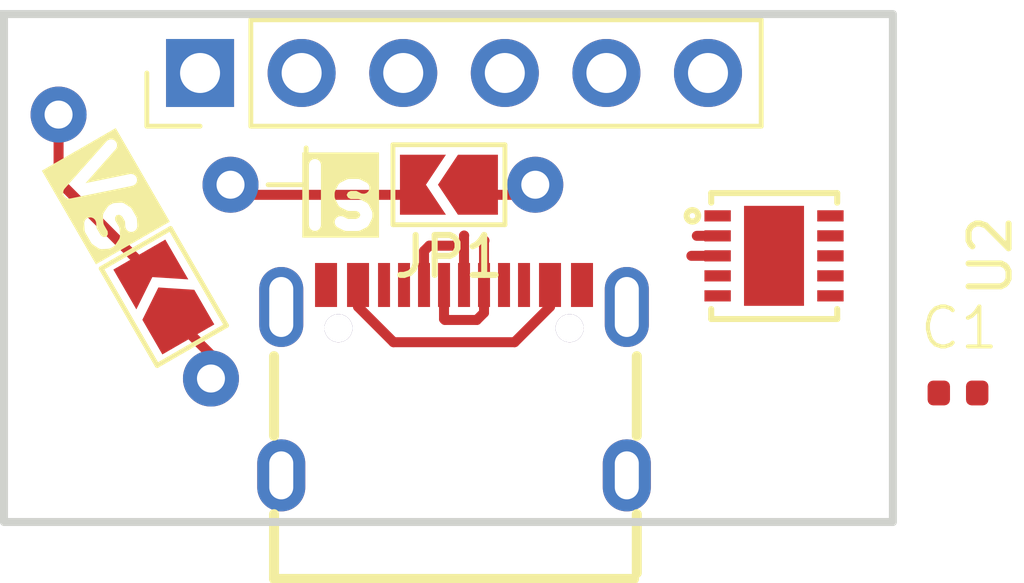
<source format=kicad_pcb>
(kicad_pcb (version 20240108) (generator "pcbnew") (generator_version "8.0")
  (layers (0 "F.Cu" signal) (31 "B.Cu" signal) (34 "B.Paste" user) (35 "F.Paste" user) (36 "B.SilkS" user "B.Silkscreen") (37 "F.SilkS" user "F.Silkscreen") (38 "B.Mask" user) (39 "F.Mask" user) (44 "Edge.Cuts" user))
  (net 0 "")
  (net 8 "GND")
  (net 9 "VBUS")
  (net 10 "D+")
  (net 11 "D-")
  (net 12 "CC2")
  (net 13 "CC1")
  (net 14 "SNK_VSET")
  (net 15 "SNK_ISET")
  (footprint "Jumper:SolderJumper-2_P1.3mm_Open_TrianglePad1.0x1.5mm" (layer "F.Cu") (at 111.125 104.267 180)
    (property "Reference" "JP1" (at 0 -1.799999 360) (layer "F.SilkS"))
    (property "Value" "Jumper_2_Small_Bridged" (hide yes))
    (fp_line (start 1.4 1) (end -1.4 1) (stroke (width 0.12)) (layer "F.SilkS"))
    (fp_line (start 1.4 -1) (end 1.4 1) (stroke (width 0.12)) (layer "F.SilkS"))
    (fp_line (start -1.4 1) (end -1.4 -1) (stroke (width 0.12)) (layer "F.SilkS"))
    (fp_line (start -1.4 -1) (end 1.4 -1) (stroke (width 0.12)) (layer "F.SilkS"))
    (pad "1" smd custom (at -0.725 0 180) (size 0.3 0.3) (layers "F.Cu" "F.Mask") (net 15 "SNK_ISET") (options (clearance outline) (anchor rect)) (primitives (gr_poly (pts (xy 1 0) (xy 0.5 0.75) (xy -0.5 0.75) (xy -0.5 -0.75) (xy 0.5 -0.75)) (width 0) (fill yes))))
    (pad "2" smd custom (at 0.725 0 180) (size 0.3 0.3) (layers "F.Cu" "F.Mask") (net 8 "GND") (options (clearance outline) (anchor rect)) (primitives (gr_poly (pts (xy 0.5 0.75) (xy -0.65 0.75) (xy -0.15 0) (xy -0.65 -0.75) (xy 0.5 -0.75)) (width 0) (fill yes))))
  )
  (footprint "justPads_custom:3.3mm npth" (layer "F.Cu") (at 102.415229 110.27145)
    (property "Reference" "REF**" (hide yes))
    (property "Value" "3.3mm npth" (hide yes))
    (pad "" np_thru_hole circle (at 0 0) (size 3.3 3.3) (drill 3.3) (layers "F&B.Cu" "*.Mask"))
  )
  (footprint "passive_custom:C_0402_JLC" (layer "F.Cu") (at 123.8356 109.478)
    (property "Reference" "C1" (at 0.0508 -1.6256 0) (layer "F.SilkS") (effects (font (thickness 0.1))))
    (property "Value" "C")
    (pad "1" smd roundrect (at -0.4626 -0.004) (size 0.56 0.62) (layers "F.Cu" "F.Paste" "F.Mask") (net 8 "GND"))
    (pad "2" smd roundrect (at 0.4974 -0.004) (size 0.56 0.62) (layers "F.Cu" "F.Paste" "F.Mask") (net 9 "VBUS"))
  )
  (footprint "easyeda2kicad:DFN-10_L3.0-W3.0-P0.50-BL-EP2.5" (layer "F.Cu") (at 119.253 106.045 -90)
    (property "Reference" "U2" (at 0 -5.41 90) (layer "F.SilkS"))
    (property "Value" "HUSB238_002DD" (hide yes))
    (fp_line (start -1.569998 1.57) (end -1.57 -1.580002) (stroke (width 0.15)) (layer "F.SilkS"))
    (fp_line (start -1.33 1.57) (end -1.569998 1.57) (stroke (width 0.15)) (layer "F.SilkS"))
    (fp_line (start 1.329997 1.57) (end 1.580001 1.569997) (stroke (width 0.15)) (layer "F.SilkS"))
    (fp_line (start 1.580001 1.569997) (end 1.58 -1.58) (stroke (width 0.15)) (layer "F.SilkS"))
    (fp_line (start 1.58 -1.58) (end 1.330001 -1.579998) (stroke (width 0.15)) (layer "F.SilkS"))
    (fp_line (start -1.57 -1.580002) (end -1.329998 -1.58) (stroke (width 0.15)) (layer "F.SilkS"))
    (fp_circle (center -1 2.04) (end -0.929998 2.039997) (stroke (width 0.15)) (fill none) (layer "F.SilkS"))
    (pad "1" smd rect (at -1.000002 1.409999 270) (size 0.28 0.66) (layers "F.Cu" "F.Paste" "F.Mask") (net 9 "VBUS"))
    (pad "2" smd rect (at -0.5 1.41 270) (size 0.28 0.66) (layers "F.Cu" "F.Paste" "F.Mask") (net 10 "D+"))
    (pad "3" smd rect (at 0 1.41 270) (size 0.28 0.66) (layers "F.Cu" "F.Paste" "F.Mask") (net 11 "D-"))
    (pad "4" smd rect (at 0.5 1.41 270) (size 0.28 0.66) (layers "F.Cu" "F.Paste" "F.Mask") (net 13 "CC1"))
    (pad "5" smd rect (at 1 1.409996 270) (size 0.28 0.66) (layers "F.Cu" "F.Paste" "F.Mask") (net 12 "CC2"))
    (pad "6" smd rect (at 1.000002 -1.409999 270) (size 0.28 0.66) (layers "F.Cu" "F.Paste" "F.Mask") (net 14 "SNK_VSET"))
    (pad "7" smd rect (at 0.5 -1.41 270) (size 0.28 0.66) (layers "F.Cu" "F.Paste" "F.Mask") (net 15 "SNK_ISET"))
    (pad "8" smd rect (at 0 -1.41 270) (size 0.28 0.66) (layers "F.Cu" "F.Paste" "F.Mask"))
    (pad "9" smd rect (at -0.5 -1.41 270) (size 0.28 0.66) (layers "F.Cu" "F.Paste" "F.Mask"))
    (pad "10" smd rect (at -1 -1.409996 270) (size 0.28 0.66) (layers "F.Cu" "F.Paste" "F.Mask"))
    (pad "11" smd rect (at 0 0 270) (size 2.5 1.5) (layers "F.Cu" "F.Paste" "F.Mask") (net 8 "GND"))
  )
  (footprint "justPads_custom:3.3mm npth" (layer "F.Cu") (at 119.816242 110.29744)
    (property "Reference" "REF**" (hide yes))
    (property "Value" "3.3mm npth" (hide yes))
    (pad "" np_thru_hole circle (at 0 0) (size 3.3 3.3) (drill 3.3) (layers "F&B.Cu" "*.Mask"))
  )
  (footprint "easyeda2kicad:USB-C-SMD_TYPE-C-6PIN-2MD-073" (layer "F.Cu") (at 111.252 109.1535)
    (property "Reference" "USB1" (hide yes))
    (property "Value" "TYPE-C 16PIN 2MD(073)" (hide yes))
    (fp_line (start -4.5 1.39) (end -4.5 -0.6) (stroke (width 0.25)) (layer "F.SilkS"))
    (fp_line (start -4.5 4.97) (end -4.5 3.35) (stroke (width 0.25)) (layer "F.SilkS"))
    (fp_line (start 4.5 4.97) (end -4.5 4.97) (stroke (width 0.25)) (layer "F.SilkS"))
    (fp_line (start 4.57 1.39) (end 4.57 -0.6) (stroke (width 0.25)) (layer "F.SilkS"))
    (fp_line (start 4.57 4.82) (end 4.57 3.35) (stroke (width 0.25)) (layer "F.SilkS"))
    (pad "" thru_hole circle (at -2.89 -1.3) (size 0.7 0.7) (drill 0.7) (layers "*.Cu" "*.Mask"))
    (pad "" thru_hole circle (at 2.89 -1.3) (size 0.7 0.7) (drill 0.7) (layers "*.Cu" "*.Mask"))
    (pad "1" smd rect (at -3.2 -2.38) (size 0.55 1.1) (layers "F.Cu" "F.Paste" "F.Mask") (net 8 "GND"))
    (pad "2" smd rect (at -2.4 -2.38) (size 0.55 1.1) (layers "F.Cu" "F.Paste" "F.Mask") (net 9 "VBUS"))
    (pad "3" smd rect (at -1.75 -2.38) (size 0.3 1.1) (layers "F.Cu" "F.Paste" "F.Mask"))
    (pad "4" smd rect (at -1.25 -2.38) (size 0.3 1.1) (layers "F.Cu" "F.Paste" "F.Mask") (net 13 "CC1"))
    (pad "5" smd rect (at -0.75 -2.38) (size 0.3 1.1) (layers "F.Cu" "F.Paste" "F.Mask") (net 11 "D-"))
    (pad "6" smd rect (at -0.25 -2.38) (size 0.3 1.1) (layers "F.Cu" "F.Paste" "F.Mask") (net 10 "D+"))
    (pad "7" smd rect (at 0.25 -2.38) (size 0.3 1.1) (layers "F.Cu" "F.Paste" "F.Mask") (net 11 "D-"))
    (pad "8" smd rect (at 0.75 -2.38) (size 0.3 1.1) (layers "F.Cu" "F.Paste" "F.Mask") (net 10 "D+"))
    (pad "9" smd rect (at 1.25 -2.38) (size 0.3 1.1) (layers "F.Cu" "F.Paste" "F.Mask"))
    (pad "10" smd rect (at 1.75 -2.38) (size 0.3 1.1) (layers "F.Cu" "F.Paste" "F.Mask") (net 12 "CC2"))
    (pad "11" smd rect (at 2.4 -2.38) (size 0.55 1.1) (layers "F.Cu" "F.Paste" "F.Mask") (net 9 "VBUS"))
    (pad "12" smd rect (at 3.2 -2.38) (size 0.55 1.1) (layers "F.Cu" "F.Paste" "F.Mask") (net 8 "GND"))
    (pad "13" thru_hole oval (at -4.32 -1.83) (size 1.1 2) (drill oval 0.599999 1.499997) (layers "*.Cu" "*.Mask"))
    (pad "13" thru_hole oval (at -4.32 2.38) (size 1.2 1.8) (drill oval 0.599999 1.199998) (layers "*.Cu" "*.Mask"))
    (pad "14" thru_hole oval (at 4.32 -1.83) (size 1.1 2) (drill oval 0.599999 1.500022) (layers "*.Cu" "*.Mask"))
    (pad "14" thru_hole oval (at 4.32 2.38) (size 1.2 1.8) (drill oval 0.599999 1.199998) (layers "*.Cu" "*.Mask"))
  )
  (footprint "Resistor_THT:R_Axial_DIN0204_L3.6mm_D1.6mm_P7.62mm_Horizontal" (layer "F.Cu") (at 101.364741 102.513394 -60)
    (property "Reference" "R3" (hide yes))
    (property "Value" "0K" (hide yes))
    (pad "1" thru_hole circle (at 0 0 300) (size 1.4 1.4) (drill 0.7) (layers "*.Cu" "*.Mask") (net 8 "GND"))
    (pad "2" thru_hole oval (at 7.62 0 300) (size 1.4 1.4) (drill 0.7) (layers "*.Cu" "*.Mask") (net 14 "SNK_VSET"))
  )
  (footprint "Jumper:SolderJumper-2_P1.3mm_Open_TrianglePad1.0x1.5mm" (layer "F.Cu") (at 103.996385 107.074021 120)
    (property "Reference" "JP2" (hide yes))
    (property "Value" "Jumper_2_Small_Bridged" (hide yes))
    (fp_line (start 1.4 -0.999999) (end 1.4 0.999999) (stroke (width 0.12)) (layer "F.SilkS"))
    (fp_line (start -1.4 -0.999999) (end 1.4 -0.999999) (stroke (width 0.12)) (layer "F.SilkS"))
    (fp_line (start 1.4 0.999999) (end -1.4 0.999999) (stroke (width 0.12)) (layer "F.SilkS"))
    (fp_line (start -1.4 0.999999) (end -1.4 -0.999999) (stroke (width 0.12)) (layer "F.SilkS"))
    (pad "1" smd custom (at -0.725 0 120) (size 0.3 0.3) (layers "F.Cu" "F.Mask") (net 14 "SNK_VSET") (options (clearance outline) (anchor rect)) (primitives (gr_poly (pts (xy 1 0) (xy 0.5 0.75) (xy -0.5 0.75) (xy -0.5 -0.75) (xy 0.5 -0.75)) (width 0) (fill yes))))
    (pad "2" smd custom (at 0.725 0 120) (size 0.3 0.3) (layers "F.Cu" "F.Mask") (net 8 "GND") (options (clearance outline) (anchor rect)) (primitives (gr_poly (pts (xy 0.5 0.75) (xy -0.65 0.75) (xy -0.15 0) (xy -0.65 -0.75) (xy 0.5 -0.75)) (width 0) (fill yes))))
  )
  (footprint "Connector_PinHeader_2.54mm:PinHeader_1x06_P2.54mm_Vertical" (layer "F.Cu") (at 104.902 101.473 90)
    (property "Reference" "U1" (hide yes))
    (property "Value" "~" (hide yes))
    (fp_line (start -1.33 -1.33) (end 0 -1.330001) (stroke (width 0.12)) (layer "F.SilkS"))
    (fp_line (start -1.330001 0) (end -1.33 -1.33) (stroke (width 0.12)) (layer "F.SilkS"))
    (fp_line (start -1.33 1.269999) (end 1.33 1.27) (stroke (width 0.12)) (layer "F.SilkS"))
    (fp_line (start -1.33 1.269999) (end -1.330001 14.030001) (stroke (width 0.12)) (layer "F.SilkS"))
    (fp_line (start 1.33 1.27) (end 1.33 14.029999) (stroke (width 0.12)) (layer "F.SilkS"))
    (fp_line (start -1.330001 14.030001) (end 1.33 14.029999) (stroke (width 0.12)) (layer "F.SilkS"))
    (pad "1" thru_hole rect (at 0 0 90) (size 1.7 1.7) (drill 1) (layers "*.Cu" "*.Mask"))
    (pad "2" thru_hole oval (at -0.000001 2.540001 90) (size 1.7 1.7) (drill 1) (layers "*.Cu" "*.Mask") (net 8 "GND"))
    (pad "3" thru_hole oval (at 0 5.08 90) (size 1.7 1.7) (drill 1) (layers "*.Cu" "*.Mask"))
    (pad "4" thru_hole oval (at 0 7.62 90) (size 1.7 1.7) (drill 1) (layers "*.Cu" "*.Mask") (net 11 "D-"))
    (pad "5" thru_hole oval (at -0.000001 10.159999 90) (size 1.7 1.7) (drill 1) (layers "*.Cu" "*.Mask") (net 10 "D+"))
    (pad "6" thru_hole oval (at 0 12.699999 90) (size 1.7 1.7) (drill 1) (layers "*.Cu" "*.Mask"))
  )
  (footprint "Resistor_THT:R_Axial_DIN0204_L3.6mm_D1.6mm_P7.62mm_Horizontal" (layer "F.Cu") (at 113.283999 104.267001 180)
    (property "Reference" "R2" (hide yes))
    (property "Value" "0K" (hide yes))
    (fp_line (start 6.680002 -0.000001) (end 5.73 0) (stroke (width 0.12)) (layer "F.SilkS"))
    (fp_line (start 5.729999 0.92) (end 5.73 -0.920001) (stroke (width 0.12)) (layer "F.SilkS"))
    (pad "1" thru_hole circle (at 0 0 180) (size 1.4 1.4) (drill 0.7) (layers "*.Cu" "*.Mask") (net 15 "SNK_ISET"))
    (pad "2" thru_hole oval (at 7.62 0 180) (size 1.4 1.4) (drill 0.7) (layers "*.Cu" "*.Mask") (net 8 "GND"))
  )
  (gr_rect (start 100 100) (end 122.225 112.7) (stroke (width 0.2)) (fill none) (layer "Edge.Cuts"))
  (gr_text "Vs" (at 101.036523 103.83567 300) (layer "F.SilkS" knockout) (effects (font (size 1.5 1.5) (thickness 0.3) (bold yes)) (justify left bottom)))
  (gr_text "Is" (at 107.219935 105.471711 0) (layer "F.SilkS" knockout) (effects (font (size 1.5 1.5) (thickness 0.3) (bold yes)) (justify left bottom)))
  (segment (start 110.322171 104.519847) (end 110.327347 104.525023) (width 0.25) (layer "F.Cu") (net 8))
  (segment (start 101.364741 104.177009) (end 103.633885 106.446153) (width 0.25) (layer "F.Cu") (net 8))
  (segment (start 105.632961 104.519847) (end 110.322171 104.519847) (width 0.25) (layer "F.Cu") (net 8))
  (segment (start 101.364741 102.513394) (end 101.364741 104.177009) (width 0.25) (layer "F.Cu") (net 8))
  (segment (start 109.737805 108.204) (end 112.766195 108.204) (width 0.25) (layer "F.Cu") (net 9))
  (segment (start 108.852 106.7735) (end 108.852 107.318195) (width 0.25) (layer "F.Cu") (net 9))
  (segment (start 113.652 107.318195) (end 113.652 106.7735) (width 0.25) (layer "F.Cu") (net 9))
  (segment (start 108.852 107.318195) (end 109.737805 108.204) (width 0.25) (layer "F.Cu") (net 9))
  (segment (start 112.766195 108.204) (end 113.652 107.318195) (width 0.25) (layer "F.Cu") (net 9))
  (segment (start 111.002 106.7735) (end 111.002 107.6235) (width 0.25) (layer "F.Cu") (net 10))
  (segment (start 117.323001 105.545) (end 117.843 105.545) (width 0.25) (layer "F.Cu") (net 10))
  (segment (start 111.002 107.6235) (end 111.027 107.6485) (width 0.25) (layer "F.Cu") (net 10))
  (segment (start 111.027 107.6485) (end 111.8205 107.6485) (width 0.25) (layer "F.Cu") (net 10))
  (segment (start 112.002 107.467) (end 112.002 106.7735) (width 0.25) (layer "F.Cu") (net 10))
  (segment (start 112.002 106.7735) (end 112.002 105.676) (width 0.25) (layer "F.Cu") (net 10))
  (segment (start 112.002 105.676) (end 112.014 105.664) (width 0.25) (layer "F.Cu") (net 10))
  (segment (start 111.8205 107.6485) (end 112.002 107.467) (width 0.25) (layer "F.Cu") (net 10))
  (segment (start 111.502 105.541) (end 111.506 105.537) (width 0.25) (layer "F.Cu") (net 11))
  (segment (start 110.502 105.9235) (end 110.6345 105.791) (width 0.25) (layer "F.Cu") (net 11))
  (segment (start 110.6345 105.791) (end 111.502 105.791) (width 0.25) (layer "F.Cu") (net 11))
  (segment (start 111.502 106.7735) (end 111.502 105.791) (width 0.25) (layer "F.Cu") (net 11))
  (segment (start 110.502 106.7735) (end 110.502 105.9235) (width 0.25) (layer "F.Cu") (net 11))
  (segment (start 111.502 105.791) (end 111.502 105.541) (width 0.25) (layer "F.Cu") (net 11))
  (segment (start 117.186605 106.045) (end 117.843 106.045) (width 0.25) (layer "F.Cu") (net 11))
  (segment (start 105.174741 108.517745) (end 104.358885 107.701889) (width 0.25) (layer "F.Cu") (net 14))
  (segment (start 105.174741 109.112508) (end 105.174741 108.517745) (width 0.25) (layer "F.Cu") (net 14))
  (segment (start 113.252961 104.519847) (end 111.782523 104.519847) (width 0.25) (layer "F.Cu") (net 15))
  (segment (start 111.782523 104.519847) (end 111.777347 104.525023) (width 0.25) (layer "F.Cu") (net 15))
)
</source>
